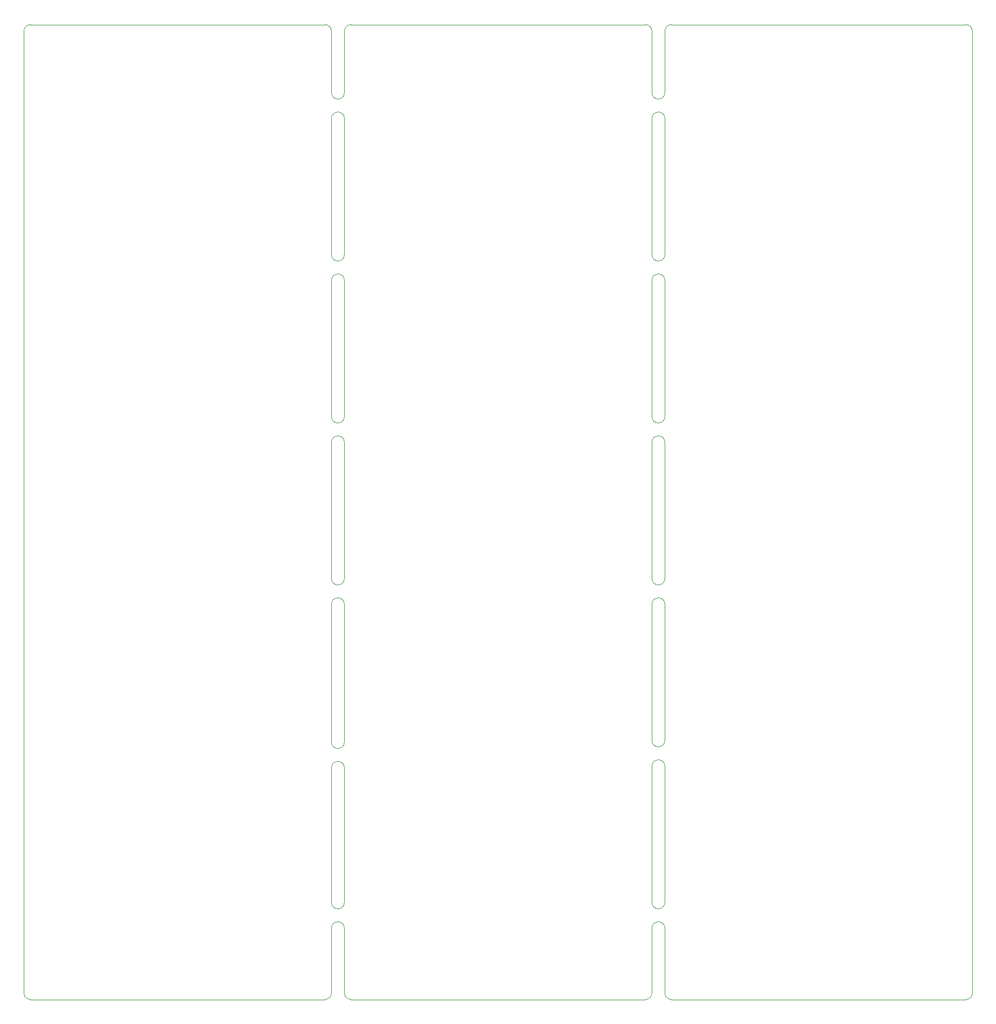
<source format=gm1>
%TF.GenerationSoftware,KiCad,Pcbnew,(6.0.0-0)*%
%TF.CreationDate,2022-03-07T15:03:07+00:00*%
%TF.ProjectId,dual-digi-delay,6475616c-2d64-4696-9769-2d64656c6179,r05*%
%TF.SameCoordinates,Original*%
%TF.FileFunction,Profile,NP*%
%FSLAX46Y46*%
G04 Gerber Fmt 4.6, Leading zero omitted, Abs format (unit mm)*
G04 Created by KiCad (PCBNEW (6.0.0-0)) date 2022-03-07 15:03:07*
%MOMM*%
%LPD*%
G01*
G04 APERTURE LIST*
%TA.AperFunction,Profile*%
%ADD10C,0.050000*%
%TD*%
G04 APERTURE END LIST*
D10*
X22860000Y-179832000D02*
X22860000Y-28956000D01*
X74168000Y-27940000D02*
X120396000Y-27940000D01*
X121412000Y-28956000D02*
G75*
G03*
X120396000Y-27940000I-1016002J-2D01*
G01*
X73152000Y-179832000D02*
G75*
G03*
X74168000Y-180848000I1016002J2D01*
G01*
X120396000Y-180848000D02*
X74168000Y-180848000D01*
X74168000Y-27940000D02*
G75*
G03*
X73152000Y-28956000I2J-1016002D01*
G01*
X120396000Y-180848000D02*
G75*
G03*
X121412000Y-179832000I-2J1016002D01*
G01*
X170688000Y-180848000D02*
X124460000Y-180848000D01*
X124460000Y-27940000D02*
X170688000Y-27940000D01*
X171704000Y-28956000D02*
X171704000Y-179832000D01*
X170688000Y-180848000D02*
G75*
G03*
X171704000Y-179832000I-2J1016002D01*
G01*
X124460000Y-27940000D02*
G75*
G03*
X123444000Y-28956000I2J-1016002D01*
G01*
X123444000Y-179832000D02*
G75*
G03*
X124460000Y-180848000I1016002J2D01*
G01*
X171704000Y-28956000D02*
G75*
G03*
X170688000Y-27940000I-1016002J-2D01*
G01*
X73152000Y-38608000D02*
X73152000Y-28956000D01*
X123444000Y-38608000D02*
X123444000Y-28956000D01*
X73152000Y-169672000D02*
X73152000Y-179832000D01*
X71120000Y-169672000D02*
X71120000Y-179832000D01*
X121412000Y-169672000D02*
X121412000Y-179832000D01*
X121412000Y-114808000D02*
G75*
G03*
X123444000Y-114808000I1016000J0D01*
G01*
X73152000Y-68072000D02*
X73152000Y-89408000D01*
X123444000Y-42672000D02*
G75*
G03*
X121412000Y-42672000I-1016000J0D01*
G01*
X71120000Y-114808000D02*
X71120000Y-93472000D01*
X71120000Y-28956000D02*
X71120000Y-38608000D01*
X123444000Y-144272000D02*
X123444000Y-165608000D01*
X71120000Y-140462000D02*
G75*
G03*
X73152000Y-140462000I1016000J0D01*
G01*
X70104000Y-180848000D02*
X23876000Y-180848000D01*
X71120000Y-114808000D02*
G75*
G03*
X73152000Y-114808000I1016000J0D01*
G01*
X73152000Y-144526000D02*
X73152000Y-165608000D01*
X121412000Y-42672000D02*
X121412000Y-64008000D01*
X121412000Y-114808000D02*
X121412000Y-93472000D01*
X123444000Y-144272000D02*
G75*
G03*
X121412000Y-144272000I-1016000J0D01*
G01*
X73152000Y-118872000D02*
X73152000Y-140462000D01*
X121412000Y-89408000D02*
G75*
G03*
X123444000Y-89408000I1016000J0D01*
G01*
X23876000Y-27940000D02*
X70104000Y-27940000D01*
X73152000Y-42672000D02*
G75*
G03*
X71120000Y-42672000I-1016000J0D01*
G01*
X71120000Y-28956000D02*
G75*
G03*
X70104000Y-27940000I-1016002J-2D01*
G01*
X71120000Y-165608000D02*
X71120000Y-144526000D01*
X70104000Y-180848000D02*
G75*
G03*
X71120000Y-179832000I-2J1016002D01*
G01*
X73152000Y-93472000D02*
G75*
G03*
X71120000Y-93472000I-1016000J0D01*
G01*
X123444000Y-68072000D02*
G75*
G03*
X121412000Y-68072000I-1016000J0D01*
G01*
X73152000Y-169672000D02*
G75*
G03*
X71120000Y-169672000I-1016000J0D01*
G01*
X123444000Y-118872000D02*
G75*
G03*
X121412000Y-118872000I-1016000J0D01*
G01*
X23876000Y-27940000D02*
G75*
G03*
X22860000Y-28956000I2J-1016002D01*
G01*
X71120000Y-68072000D02*
X71120000Y-89408000D01*
X121412000Y-165608000D02*
G75*
G03*
X123444000Y-165608000I1016000J0D01*
G01*
X123444000Y-42672000D02*
X123444000Y-64008000D01*
X121412000Y-28956000D02*
X121412000Y-38608000D01*
X121412000Y-68072000D02*
X121412000Y-89408000D01*
X73152000Y-118872000D02*
G75*
G03*
X71120000Y-118872000I-1016000J0D01*
G01*
X71120000Y-165608000D02*
G75*
G03*
X73152000Y-165608000I1016000J0D01*
G01*
X73152000Y-93472000D02*
X73152000Y-114808000D01*
X121412000Y-140208000D02*
G75*
G03*
X123444000Y-140208000I1016000J0D01*
G01*
X73152000Y-144526000D02*
G75*
G03*
X71120000Y-144526000I-1016000J0D01*
G01*
X123444000Y-179832000D02*
X123444000Y-169672000D01*
X71120000Y-38608000D02*
G75*
G03*
X73152000Y-38608000I1016000J0D01*
G01*
X121412000Y-165608000D02*
X121412000Y-144272000D01*
X22860000Y-179832000D02*
G75*
G03*
X23876000Y-180848000I1016002J2D01*
G01*
X73152000Y-68072000D02*
G75*
G03*
X71120000Y-68072000I-1016000J0D01*
G01*
X71120000Y-42672000D02*
X71120000Y-64008000D01*
X121412000Y-118872000D02*
X121412000Y-140208000D01*
X73152000Y-42672000D02*
X73152000Y-64008000D01*
X71120000Y-64008000D02*
G75*
G03*
X73152000Y-64008000I1016000J0D01*
G01*
X123444000Y-118872000D02*
X123444000Y-140208000D01*
X71120000Y-89408000D02*
G75*
G03*
X73152000Y-89408000I1016000J0D01*
G01*
X123444000Y-93472000D02*
X123444000Y-114808000D01*
X123444000Y-93472000D02*
G75*
G03*
X121412000Y-93472000I-1016000J0D01*
G01*
X123444000Y-89408000D02*
X123444000Y-68072000D01*
X121412000Y-38608000D02*
G75*
G03*
X123444000Y-38608000I1016000J0D01*
G01*
X121412000Y-64008000D02*
G75*
G03*
X123444000Y-64008000I1016000J0D01*
G01*
X123444000Y-169672000D02*
G75*
G03*
X121412000Y-169672000I-1016000J0D01*
G01*
X71120000Y-140462000D02*
X71120000Y-118872000D01*
M02*

</source>
